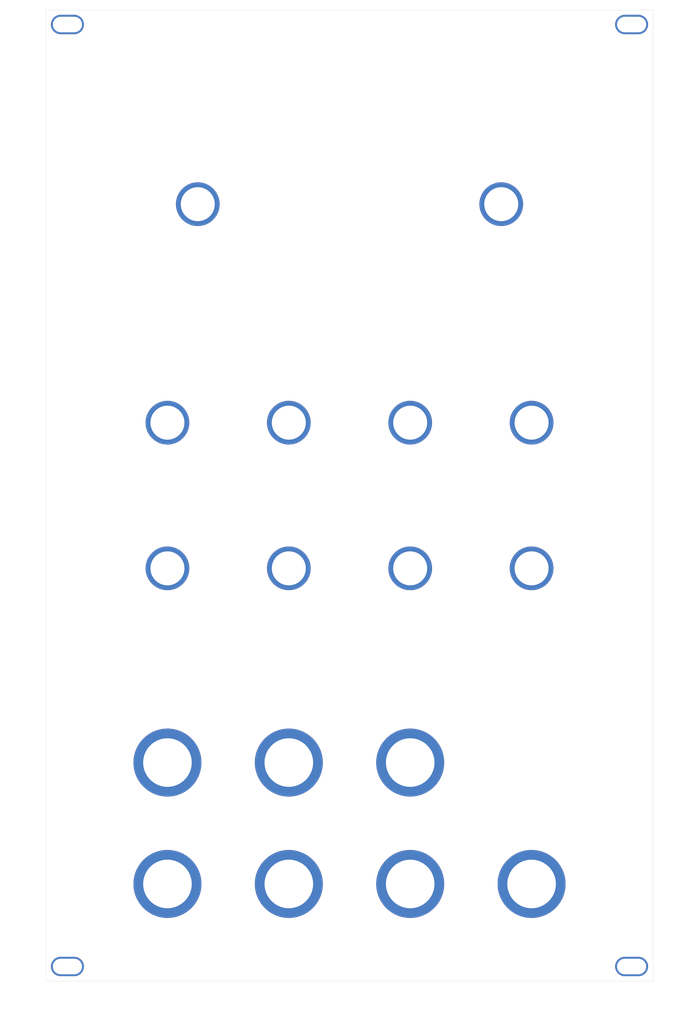
<source format=kicad_pcb>
(kicad_pcb (version 20171130) (host pcbnew "(5.1.9)-1")

  (general
    (thickness 1.6)
    (drawings 27)
    (tracks 0)
    (zones 0)
    (modules 21)
    (nets 1)
  )

  (page A4)
  (layers
    (0 F.Cu signal)
    (31 B.Cu signal)
    (32 B.Adhes user)
    (33 F.Adhes user)
    (34 B.Paste user)
    (35 F.Paste user)
    (36 B.SilkS user)
    (37 F.SilkS user)
    (38 B.Mask user)
    (39 F.Mask user)
    (40 Dwgs.User user)
    (41 Cmts.User user)
    (42 Eco1.User user)
    (43 Eco2.User user)
    (44 Edge.Cuts user)
    (45 Margin user)
    (46 B.CrtYd user)
    (47 F.CrtYd user)
    (48 B.Fab user)
    (49 F.Fab user)
  )

  (setup
    (last_trace_width 0.25)
    (trace_clearance 0.2)
    (zone_clearance 0.508)
    (zone_45_only no)
    (trace_min 0.2)
    (via_size 0.8)
    (via_drill 0.4)
    (via_min_size 0.4)
    (via_min_drill 0.3)
    (uvia_size 0.3)
    (uvia_drill 0.1)
    (uvias_allowed no)
    (uvia_min_size 0.2)
    (uvia_min_drill 0.1)
    (edge_width 0.05)
    (segment_width 0.2)
    (pcb_text_width 0.3)
    (pcb_text_size 1.5 1.5)
    (mod_edge_width 0.12)
    (mod_text_size 1 1)
    (mod_text_width 0.15)
    (pad_size 1.524 1.524)
    (pad_drill 0.762)
    (pad_to_mask_clearance 0)
    (aux_axis_origin 0 0)
    (visible_elements FFFFFF7F)
    (pcbplotparams
      (layerselection 0x010fc_ffffffff)
      (usegerberextensions false)
      (usegerberattributes true)
      (usegerberadvancedattributes true)
      (creategerberjobfile true)
      (excludeedgelayer true)
      (linewidth 0.150000)
      (plotframeref false)
      (viasonmask false)
      (mode 1)
      (useauxorigin false)
      (hpglpennumber 1)
      (hpglpenspeed 20)
      (hpglpendiameter 15.000000)
      (psnegative false)
      (psa4output false)
      (plotreference true)
      (plotvalue true)
      (plotinvisibletext false)
      (padsonsilk false)
      (subtractmaskfromsilk false)
      (outputformat 1)
      (mirror false)
      (drillshape 1)
      (scaleselection 1)
      (outputdirectory ""))
  )

  (net 0 "")

  (net_class Default "This is the default net class."
    (clearance 0.2)
    (trace_width 0.25)
    (via_dia 0.8)
    (via_drill 0.4)
    (uvia_dia 0.3)
    (uvia_drill 0.1)
  )

  (module Sonosus:Kosmo_Jack_Hole (layer F.Cu) (tedit 60C50865) (tstamp 60D68502)
    (at 25 155)
    (descr "Mounting Hole 6mm")
    (tags "mounting hole 6mm")
    (attr virtual)
    (fp_text reference REF** (at 0 -11) (layer F.SilkS) hide
      (effects (font (size 1 1) (thickness 0.15)))
    )
    (fp_text value Kosmo_Jack_Hole (at 0 11) (layer F.Fab)
      (effects (font (size 1 1) (thickness 0.15)))
    )
    (fp_circle (center 0 0) (end 10 0) (layer F.CrtYd) (width 0.05))
    (fp_circle (center 0 0) (end 9.5 0) (layer Cmts.User) (width 0.15))
    (fp_text user %R (at 0.3 0) (layer F.Fab)
      (effects (font (size 1 1) (thickness 0.15)))
    )
    (pad 1 thru_hole circle (at 0 0) (size 14 14) (drill 10) (layers *.Cu *.Mask))
  )

  (module Sonosus:Kosmo_Jack_Hole (layer F.Cu) (tedit 60C50865) (tstamp 60D684FB)
    (at 75 155)
    (descr "Mounting Hole 6mm")
    (tags "mounting hole 6mm")
    (attr virtual)
    (fp_text reference REF** (at 0 -11) (layer F.SilkS) hide
      (effects (font (size 1 1) (thickness 0.15)))
    )
    (fp_text value Kosmo_Jack_Hole (at 0 11) (layer F.Fab)
      (effects (font (size 1 1) (thickness 0.15)))
    )
    (fp_circle (center 0 0) (end 10 0) (layer F.CrtYd) (width 0.05))
    (fp_circle (center 0 0) (end 9.5 0) (layer Cmts.User) (width 0.15))
    (fp_text user %R (at 0.3 0) (layer F.Fab)
      (effects (font (size 1 1) (thickness 0.15)))
    )
    (pad 1 thru_hole circle (at 0 0) (size 14 14) (drill 10) (layers *.Cu *.Mask))
  )

  (module Sonosus:Kosmo_Jack_Hole (layer F.Cu) (tedit 60C50865) (tstamp 60D684F4)
    (at 50 180)
    (descr "Mounting Hole 6mm")
    (tags "mounting hole 6mm")
    (attr virtual)
    (fp_text reference REF** (at 0 -11) (layer F.SilkS) hide
      (effects (font (size 1 1) (thickness 0.15)))
    )
    (fp_text value Kosmo_Jack_Hole (at 0 11) (layer F.Fab)
      (effects (font (size 1 1) (thickness 0.15)))
    )
    (fp_circle (center 0 0) (end 10 0) (layer F.CrtYd) (width 0.05))
    (fp_circle (center 0 0) (end 9.5 0) (layer Cmts.User) (width 0.15))
    (fp_text user %R (at 0.3 0) (layer F.Fab)
      (effects (font (size 1 1) (thickness 0.15)))
    )
    (pad 1 thru_hole circle (at 0 0) (size 14 14) (drill 10) (layers *.Cu *.Mask))
  )

  (module Sonosus:Kosmo_Jack_Hole (layer F.Cu) (tedit 60C50865) (tstamp 60D684ED)
    (at 50 155)
    (descr "Mounting Hole 6mm")
    (tags "mounting hole 6mm")
    (attr virtual)
    (fp_text reference REF** (at 0 -11) (layer F.SilkS) hide
      (effects (font (size 1 1) (thickness 0.15)))
    )
    (fp_text value Kosmo_Jack_Hole (at 0 11) (layer F.Fab)
      (effects (font (size 1 1) (thickness 0.15)))
    )
    (fp_circle (center 0 0) (end 10 0) (layer F.CrtYd) (width 0.05))
    (fp_circle (center 0 0) (end 9.5 0) (layer Cmts.User) (width 0.15))
    (fp_text user %R (at 0.3 0) (layer F.Fab)
      (effects (font (size 1 1) (thickness 0.15)))
    )
    (pad 1 thru_hole circle (at 0 0) (size 14 14) (drill 10) (layers *.Cu *.Mask))
  )

  (module Sonosus:Kosmo_Jack_Hole (layer F.Cu) (tedit 60C50865) (tstamp 60D684E6)
    (at 25 180)
    (descr "Mounting Hole 6mm")
    (tags "mounting hole 6mm")
    (attr virtual)
    (fp_text reference REF** (at 0 -11) (layer F.SilkS) hide
      (effects (font (size 1 1) (thickness 0.15)))
    )
    (fp_text value Kosmo_Jack_Hole (at 0 11) (layer F.Fab)
      (effects (font (size 1 1) (thickness 0.15)))
    )
    (fp_circle (center 0 0) (end 10 0) (layer F.CrtYd) (width 0.05))
    (fp_circle (center 0 0) (end 9.5 0) (layer Cmts.User) (width 0.15))
    (fp_text user %R (at 0.3 0) (layer F.Fab)
      (effects (font (size 1 1) (thickness 0.15)))
    )
    (pad 1 thru_hole circle (at 0 0) (size 14 14) (drill 10) (layers *.Cu *.Mask))
  )

  (module Sonosus:Kosmo_Jack_Hole (layer F.Cu) (tedit 60C50865) (tstamp 60D684DF)
    (at 100 180)
    (descr "Mounting Hole 6mm")
    (tags "mounting hole 6mm")
    (attr virtual)
    (fp_text reference REF** (at 0 -11) (layer F.SilkS) hide
      (effects (font (size 1 1) (thickness 0.15)))
    )
    (fp_text value Kosmo_Jack_Hole (at 0 11) (layer F.Fab)
      (effects (font (size 1 1) (thickness 0.15)))
    )
    (fp_circle (center 0 0) (end 10 0) (layer F.CrtYd) (width 0.05))
    (fp_circle (center 0 0) (end 9.5 0) (layer Cmts.User) (width 0.15))
    (fp_text user %R (at 0.3 0) (layer F.Fab)
      (effects (font (size 1 1) (thickness 0.15)))
    )
    (pad 1 thru_hole circle (at 0 0) (size 14 14) (drill 10) (layers *.Cu *.Mask))
  )

  (module Sonosus:Kosmo_Jack_Hole (layer F.Cu) (tedit 60C50865) (tstamp 60D684D8)
    (at 75 180)
    (descr "Mounting Hole 6mm")
    (tags "mounting hole 6mm")
    (attr virtual)
    (fp_text reference REF** (at 0 -11) (layer F.SilkS) hide
      (effects (font (size 1 1) (thickness 0.15)))
    )
    (fp_text value Kosmo_Jack_Hole (at 0 11) (layer F.Fab)
      (effects (font (size 1 1) (thickness 0.15)))
    )
    (fp_circle (center 0 0) (end 10 0) (layer F.CrtYd) (width 0.05))
    (fp_circle (center 0 0) (end 9.5 0) (layer Cmts.User) (width 0.15))
    (fp_text user %R (at 0.3 0) (layer F.Fab)
      (effects (font (size 1 1) (thickness 0.15)))
    )
    (pad 1 thru_hole circle (at 0 0) (size 14 14) (drill 10) (layers *.Cu *.Mask))
  )

  (module Sonosus:Kosmo_Pot_Hole (layer F.Cu) (tedit 60C508F8) (tstamp 60D684B6)
    (at 31.25 40)
    (descr "Mounting Hole 6mm")
    (tags "mounting hole 6mm")
    (attr virtual)
    (fp_text reference REF** (at 0 -7) (layer F.SilkS) hide
      (effects (font (size 1 1) (thickness 0.15)))
    )
    (fp_text value Kosmo_Pot_Hole (at 0 7) (layer F.Fab)
      (effects (font (size 1 1) (thickness 0.15)))
    )
    (fp_circle (center 0 0) (end 6.25 0) (layer F.CrtYd) (width 0.05))
    (fp_circle (center 0 0) (end 6 0) (layer Cmts.User) (width 0.15))
    (fp_text user %R (at 0.3 0) (layer F.Fab)
      (effects (font (size 1 1) (thickness 0.15)))
    )
    (pad 1 thru_hole circle (at 0 0) (size 9 9) (drill 7) (layers *.Cu *.Mask))
  )

  (module Sonosus:Kosmo_Pot_Hole (layer F.Cu) (tedit 60C508F8) (tstamp 60D684AF)
    (at 25 115)
    (descr "Mounting Hole 6mm")
    (tags "mounting hole 6mm")
    (attr virtual)
    (fp_text reference REF** (at 0 -7) (layer F.SilkS) hide
      (effects (font (size 1 1) (thickness 0.15)))
    )
    (fp_text value Kosmo_Pot_Hole (at 0 7) (layer F.Fab)
      (effects (font (size 1 1) (thickness 0.15)))
    )
    (fp_circle (center 0 0) (end 6.25 0) (layer F.CrtYd) (width 0.05))
    (fp_circle (center 0 0) (end 6 0) (layer Cmts.User) (width 0.15))
    (fp_text user %R (at 0.3 0) (layer F.Fab)
      (effects (font (size 1 1) (thickness 0.15)))
    )
    (pad 1 thru_hole circle (at 0 0) (size 9 9) (drill 7) (layers *.Cu *.Mask))
  )

  (module Sonosus:Kosmo_Pot_Hole (layer F.Cu) (tedit 60C508F8) (tstamp 60D684A8)
    (at 50 115)
    (descr "Mounting Hole 6mm")
    (tags "mounting hole 6mm")
    (attr virtual)
    (fp_text reference REF** (at 0 -7) (layer F.SilkS) hide
      (effects (font (size 1 1) (thickness 0.15)))
    )
    (fp_text value Kosmo_Pot_Hole (at 0 7) (layer F.Fab)
      (effects (font (size 1 1) (thickness 0.15)))
    )
    (fp_circle (center 0 0) (end 6.25 0) (layer F.CrtYd) (width 0.05))
    (fp_circle (center 0 0) (end 6 0) (layer Cmts.User) (width 0.15))
    (fp_text user %R (at 0.3 0) (layer F.Fab)
      (effects (font (size 1 1) (thickness 0.15)))
    )
    (pad 1 thru_hole circle (at 0 0) (size 9 9) (drill 7) (layers *.Cu *.Mask))
  )

  (module Sonosus:Kosmo_Pot_Hole (layer F.Cu) (tedit 60C508F8) (tstamp 60D684A1)
    (at 93.75 40)
    (descr "Mounting Hole 6mm")
    (tags "mounting hole 6mm")
    (attr virtual)
    (fp_text reference REF** (at 0 -7) (layer F.SilkS) hide
      (effects (font (size 1 1) (thickness 0.15)))
    )
    (fp_text value Kosmo_Pot_Hole (at 0 7) (layer F.Fab)
      (effects (font (size 1 1) (thickness 0.15)))
    )
    (fp_circle (center 0 0) (end 6.25 0) (layer F.CrtYd) (width 0.05))
    (fp_circle (center 0 0) (end 6 0) (layer Cmts.User) (width 0.15))
    (fp_text user %R (at 0.3 0) (layer F.Fab)
      (effects (font (size 1 1) (thickness 0.15)))
    )
    (pad 1 thru_hole circle (at 0 0) (size 9 9) (drill 7) (layers *.Cu *.Mask))
  )

  (module Sonosus:Kosmo_Pot_Hole (layer F.Cu) (tedit 60C508F8) (tstamp 60D6849A)
    (at 100 85)
    (descr "Mounting Hole 6mm")
    (tags "mounting hole 6mm")
    (attr virtual)
    (fp_text reference REF** (at 0 -7) (layer F.SilkS) hide
      (effects (font (size 1 1) (thickness 0.15)))
    )
    (fp_text value Kosmo_Pot_Hole (at 0 7) (layer F.Fab)
      (effects (font (size 1 1) (thickness 0.15)))
    )
    (fp_circle (center 0 0) (end 6.25 0) (layer F.CrtYd) (width 0.05))
    (fp_circle (center 0 0) (end 6 0) (layer Cmts.User) (width 0.15))
    (fp_text user %R (at 0.3 0) (layer F.Fab)
      (effects (font (size 1 1) (thickness 0.15)))
    )
    (pad 1 thru_hole circle (at 0 0) (size 9 9) (drill 7) (layers *.Cu *.Mask))
  )

  (module Sonosus:Kosmo_Pot_Hole (layer F.Cu) (tedit 60C508F8) (tstamp 60D68493)
    (at 25 85)
    (descr "Mounting Hole 6mm")
    (tags "mounting hole 6mm")
    (attr virtual)
    (fp_text reference REF** (at 0 -7) (layer F.SilkS) hide
      (effects (font (size 1 1) (thickness 0.15)))
    )
    (fp_text value Kosmo_Pot_Hole (at 0 7) (layer F.Fab)
      (effects (font (size 1 1) (thickness 0.15)))
    )
    (fp_circle (center 0 0) (end 6.25 0) (layer F.CrtYd) (width 0.05))
    (fp_circle (center 0 0) (end 6 0) (layer Cmts.User) (width 0.15))
    (fp_text user %R (at 0.3 0) (layer F.Fab)
      (effects (font (size 1 1) (thickness 0.15)))
    )
    (pad 1 thru_hole circle (at 0 0) (size 9 9) (drill 7) (layers *.Cu *.Mask))
  )

  (module Sonosus:Kosmo_Pot_Hole (layer F.Cu) (tedit 60C508F8) (tstamp 60D6848C)
    (at 75 115)
    (descr "Mounting Hole 6mm")
    (tags "mounting hole 6mm")
    (attr virtual)
    (fp_text reference REF** (at 0 -7) (layer F.SilkS) hide
      (effects (font (size 1 1) (thickness 0.15)))
    )
    (fp_text value Kosmo_Pot_Hole (at 0 7) (layer F.Fab)
      (effects (font (size 1 1) (thickness 0.15)))
    )
    (fp_circle (center 0 0) (end 6.25 0) (layer F.CrtYd) (width 0.05))
    (fp_circle (center 0 0) (end 6 0) (layer Cmts.User) (width 0.15))
    (fp_text user %R (at 0.3 0) (layer F.Fab)
      (effects (font (size 1 1) (thickness 0.15)))
    )
    (pad 1 thru_hole circle (at 0 0) (size 9 9) (drill 7) (layers *.Cu *.Mask))
  )

  (module Sonosus:Kosmo_Switch_Hole (layer F.Cu) (tedit 5F6F2622) (tstamp 60D68485)
    (at 100 115)
    (descr "Mounting Hole 6mm")
    (tags "mounting hole 6mm")
    (attr virtual)
    (fp_text reference REF** (at 0 -7) (layer F.SilkS) hide
      (effects (font (size 1 1) (thickness 0.15)))
    )
    (fp_text value Kosmo_Switch_Hole (at 0 7) (layer F.Fab)
      (effects (font (size 1 1) (thickness 0.15)))
    )
    (fp_circle (center 0 0) (end 6 0) (layer Cmts.User) (width 0.15))
    (fp_circle (center 0 0) (end 6.25 0) (layer F.CrtYd) (width 0.05))
    (fp_text user %R (at 0.3 0) (layer F.Fab)
      (effects (font (size 1 1) (thickness 0.15)))
    )
    (pad 1 thru_hole circle (at 0 0) (size 9 9) (drill 7) (layers *.Cu *.Mask))
  )

  (module Sonosus:Kosmo_Pot_Hole (layer F.Cu) (tedit 60C508F8) (tstamp 60D6847E)
    (at 75 85)
    (descr "Mounting Hole 6mm")
    (tags "mounting hole 6mm")
    (attr virtual)
    (fp_text reference REF** (at 0 -7) (layer F.SilkS) hide
      (effects (font (size 1 1) (thickness 0.15)))
    )
    (fp_text value Kosmo_Pot_Hole (at 0 7) (layer F.Fab)
      (effects (font (size 1 1) (thickness 0.15)))
    )
    (fp_circle (center 0 0) (end 6.25 0) (layer F.CrtYd) (width 0.05))
    (fp_circle (center 0 0) (end 6 0) (layer Cmts.User) (width 0.15))
    (fp_text user %R (at 0.3 0) (layer F.Fab)
      (effects (font (size 1 1) (thickness 0.15)))
    )
    (pad 1 thru_hole circle (at 0 0) (size 9 9) (drill 7) (layers *.Cu *.Mask))
  )

  (module Sonosus:Kosmo_Pot_Hole (layer F.Cu) (tedit 60C508F8) (tstamp 60D68477)
    (at 50 85)
    (descr "Mounting Hole 6mm")
    (tags "mounting hole 6mm")
    (attr virtual)
    (fp_text reference REF** (at 0 -7) (layer F.SilkS) hide
      (effects (font (size 1 1) (thickness 0.15)))
    )
    (fp_text value Kosmo_Pot_Hole (at 0 7) (layer F.Fab)
      (effects (font (size 1 1) (thickness 0.15)))
    )
    (fp_circle (center 0 0) (end 6.25 0) (layer F.CrtYd) (width 0.05))
    (fp_circle (center 0 0) (end 6 0) (layer Cmts.User) (width 0.15))
    (fp_text user %R (at 0.3 0) (layer F.Fab)
      (effects (font (size 1 1) (thickness 0.15)))
    )
    (pad 1 thru_hole circle (at 0 0) (size 9 9) (drill 7) (layers *.Cu *.Mask))
  )

  (module Sonosus:Kosmo_Panel_Slotted_Mounting_Hole (layer F.Cu) (tedit 60C50AC4) (tstamp 60D6846A)
    (at 3 3)
    (descr "Mounting Hole 3.2mm, M3")
    (tags "mounting hole 3.2mm m3")
    (attr virtual)
    (fp_text reference REF** (at 1.4 -4.2) (layer F.SilkS) hide
      (effects (font (size 1 1) (thickness 0.15)))
    )
    (fp_text value Kosmo_Panel_Slotted_Mounting_Hole (at 1.4 4.2) (layer F.Fab)
      (effects (font (size 1 1) (thickness 0.15)))
    )
    (fp_line (start 0 3.25) (end 2.8 3.25) (layer F.CrtYd) (width 0.05))
    (fp_line (start 0 -3.25) (end 2.8 -3.25) (layer F.CrtYd) (width 0.05))
    (fp_line (start 0 3) (end 2.8 3) (layer Cmts.User) (width 0.12))
    (fp_line (start 0 -3) (end 2.8 -3) (layer Cmts.User) (width 0.12))
    (fp_text user %R (at 1.7 0) (layer F.Fab)
      (effects (font (size 1 1) (thickness 0.15)))
    )
    (fp_arc (start 2.8 0) (end 2.8 3) (angle -180) (layer Cmts.User) (width 0.12))
    (fp_arc (start 0 0) (end 0 -3) (angle -180) (layer Cmts.User) (width 0.12))
    (fp_arc (start 2.8 0) (end 2.8 3.25) (angle -180) (layer F.CrtYd) (width 0.05))
    (fp_arc (start 0 0) (end 0 3.25) (angle 180) (layer F.CrtYd) (width 0.05))
    (pad 1 thru_hole oval (at 1.4 0) (size 6.8 4) (drill oval 6 3.2) (layers *.Cu *.Mask))
  )

  (module Sonosus:Kosmo_Panel_Slotted_Mounting_Hole (layer F.Cu) (tedit 60C50AA8) (tstamp 60D6845D)
    (at 3 197)
    (descr "Mounting Hole 3.2mm, M3")
    (tags "mounting hole 3.2mm m3")
    (attr virtual)
    (fp_text reference REF** (at 1.4 -4.2) (layer F.SilkS) hide
      (effects (font (size 1 1) (thickness 0.15)))
    )
    (fp_text value Kosmo_Panel_Slotted_Mounting_Hole (at 1.4 4.2) (layer F.Fab)
      (effects (font (size 1 1) (thickness 0.15)))
    )
    (fp_line (start 0 -3) (end 2.8 -3) (layer Cmts.User) (width 0.12))
    (fp_line (start 0 3) (end 2.8 3) (layer Cmts.User) (width 0.12))
    (fp_line (start 0 -3.25) (end 2.8 -3.25) (layer F.CrtYd) (width 0.05))
    (fp_line (start 0 3.25) (end 2.8 3.25) (layer F.CrtYd) (width 0.05))
    (fp_arc (start 0 0) (end 0 3.25) (angle 180) (layer F.CrtYd) (width 0.05))
    (fp_arc (start 2.8 0) (end 2.8 3.25) (angle -180) (layer F.CrtYd) (width 0.05))
    (fp_arc (start 0 0) (end 0 -3) (angle -180) (layer Cmts.User) (width 0.12))
    (fp_arc (start 2.8 0) (end 2.8 3) (angle -180) (layer Cmts.User) (width 0.12))
    (fp_text user %R (at 1.7 0) (layer F.Fab)
      (effects (font (size 1 1) (thickness 0.15)))
    )
    (pad 1 thru_hole oval (at 1.4 0) (size 6.8 4) (drill oval 6 3.2) (layers *.Cu *.Mask))
  )

  (module Sonosus:Kosmo_Panel_Slotted_Mounting_Hole (layer F.Cu) (tedit 60C50A95) (tstamp 60D68450)
    (at 122 197 180)
    (descr "Mounting Hole 3.2mm, M3")
    (tags "mounting hole 3.2mm m3")
    (attr virtual)
    (fp_text reference REF** (at 1.4 -4.2) (layer F.SilkS) hide
      (effects (font (size 1 1) (thickness 0.15)))
    )
    (fp_text value Kosmo_Panel_Slotted_Mounting_Hole (at 1.4 4.2) (layer F.Fab)
      (effects (font (size 1 1) (thickness 0.15)))
    )
    (fp_line (start 0 3.25) (end 2.8 3.25) (layer F.CrtYd) (width 0.05))
    (fp_line (start 0 -3.25) (end 2.8 -3.25) (layer F.CrtYd) (width 0.05))
    (fp_line (start 0 3) (end 2.8 3) (layer Cmts.User) (width 0.12))
    (fp_line (start 0 -3) (end 2.8 -3) (layer Cmts.User) (width 0.12))
    (fp_text user %R (at 2 -11) (layer F.Fab)
      (effects (font (size 1 1) (thickness 0.15)))
    )
    (fp_arc (start 2.8 0) (end 2.8 3) (angle -180) (layer Cmts.User) (width 0.12))
    (fp_arc (start 0 0) (end 0 -3) (angle -180) (layer Cmts.User) (width 0.12))
    (fp_arc (start 2.8 0) (end 2.8 3.25) (angle -180) (layer F.CrtYd) (width 0.05))
    (fp_arc (start 0 0) (end 0 3.25) (angle 180) (layer F.CrtYd) (width 0.05))
    (pad 1 thru_hole oval (at 1.4 0 180) (size 6.8 4) (drill oval 6 3.2) (layers *.Cu *.Mask))
  )

  (module Sonosus:Kosmo_Panel_Slotted_Mounting_Hole (layer F.Cu) (tedit 60C50ABC) (tstamp 60D68443)
    (at 122 3 180)
    (descr "Mounting Hole 3.2mm, M3")
    (tags "mounting hole 3.2mm m3")
    (attr virtual)
    (fp_text reference REF** (at 1.4 -4.2) (layer F.SilkS) hide
      (effects (font (size 1 1) (thickness 0.15)))
    )
    (fp_text value Kosmo_Panel_Slotted_Mounting_Hole (at 1.4 4.2) (layer F.Fab)
      (effects (font (size 1 1) (thickness 0.15)))
    )
    (fp_line (start 0 -3) (end 2.8 -3) (layer Cmts.User) (width 0.12))
    (fp_line (start 0 3) (end 2.8 3) (layer Cmts.User) (width 0.12))
    (fp_line (start 0 -3.25) (end 2.8 -3.25) (layer F.CrtYd) (width 0.05))
    (fp_line (start 0 3.25) (end 2.8 3.25) (layer F.CrtYd) (width 0.05))
    (fp_arc (start 0 0) (end 0 3.25) (angle 180) (layer F.CrtYd) (width 0.05))
    (fp_arc (start 2.8 0) (end 2.8 3.25) (angle -180) (layer F.CrtYd) (width 0.05))
    (fp_arc (start 0 0) (end 0 -3) (angle -180) (layer Cmts.User) (width 0.12))
    (fp_arc (start 2.8 0) (end 2.8 3) (angle -180) (layer Cmts.User) (width 0.12))
    (fp_text user %R (at 1.7 0) (layer F.Fab)
      (effects (font (size 1 1) (thickness 0.15)))
    )
    (pad 1 thru_hole oval (at 1.4 0 180) (size 6.8 4) (drill oval 6 3.2) (layers *.Cu *.Mask))
  )

  (gr_circle (center 100 84.999999) (end 104.5 84.999999) (layer Dwgs.User) (width 0.2) (tstamp 60D684D7))
  (gr_line (start 125 0) (end 125 200) (layer Dwgs.User) (width 0.2) (tstamp 60D684D6))
  (gr_circle (center 75 155) (end 82 155) (layer Dwgs.User) (width 0.2) (tstamp 60D684D5))
  (gr_circle (center 25 180) (end 32 180) (layer Dwgs.User) (width 0.2) (tstamp 60D684D4))
  (gr_circle (center 75 115) (end 79.5 115) (layer Dwgs.User) (width 0.2) (tstamp 60D684D3))
  (gr_circle (center 100 180) (end 107 180) (layer Dwgs.User) (width 0.2) (tstamp 60D684D2))
  (gr_circle (center 75 84.999999) (end 79.5 84.999999) (layer Dwgs.User) (width 0.2) (tstamp 60D684D1))
  (gr_circle (center 75 180) (end 82 180) (layer Dwgs.User) (width 0.2) (tstamp 60D684D0))
  (gr_line (start 0 0) (end 62.5 0) (layer Dwgs.User) (width 0.2) (tstamp 60D684CF))
  (gr_circle (center 50 180) (end 57 180) (layer Dwgs.User) (width 0.2) (tstamp 60D684CE))
  (gr_line (start 0 0) (end 0 199.999999) (layer Dwgs.User) (width 0.2) (tstamp 60D684CD))
  (gr_line (start 0 200) (end 62.5 200) (layer Dwgs.User) (width 0.2) (tstamp 60D684CC))
  (gr_circle (center 100 115) (end 104.5 115) (layer Dwgs.User) (width 0.2) (tstamp 60D684CB))
  (gr_circle (center 31.25 40) (end 35.75 40) (layer Dwgs.User) (width 0.2) (tstamp 60D684CA))
  (gr_circle (center 93.749999 39.999999) (end 98.249999 39.999999) (layer Dwgs.User) (width 0.2) (tstamp 60D684C9))
  (gr_circle (center 50 155) (end 57 155) (layer Dwgs.User) (width 0.2) (tstamp 60D684C8))
  (gr_circle (center 25 155) (end 32 155) (layer Dwgs.User) (width 0.2) (tstamp 60D684C7))
  (gr_circle (center 50 115) (end 54.5 115) (layer Dwgs.User) (width 0.2) (tstamp 60D684C6))
  (gr_circle (center 25 84.999999) (end 29.5 84.999999) (layer Dwgs.User) (width 0.2) (tstamp 60D684C5))
  (gr_line (start 125 200) (end 0 200) (layer Edge.Cuts) (width 0.05) (tstamp 60D684C4))
  (gr_line (start 62.5 0) (end 124.999999 0) (layer Dwgs.User) (width 0.2) (tstamp 60D684C3))
  (gr_circle (center 50 84.999999) (end 54.5 84.999999) (layer Dwgs.User) (width 0.2) (tstamp 60D684C2))
  (gr_line (start 62.5 200) (end 125 200) (layer Dwgs.User) (width 0.2) (tstamp 60D684C1))
  (gr_circle (center 25 115) (end 29.5 115) (layer Dwgs.User) (width 0.2) (tstamp 60D684C0))
  (gr_line (start 0 0) (end 125 0) (layer Edge.Cuts) (width 0.05) (tstamp 60D684BF))
  (gr_line (start 0 200) (end 0 0) (layer Edge.Cuts) (width 0.05) (tstamp 60D684BE))
  (gr_line (start 125 0) (end 125 200) (layer Edge.Cuts) (width 0.05) (tstamp 60D684BD))

)

</source>
